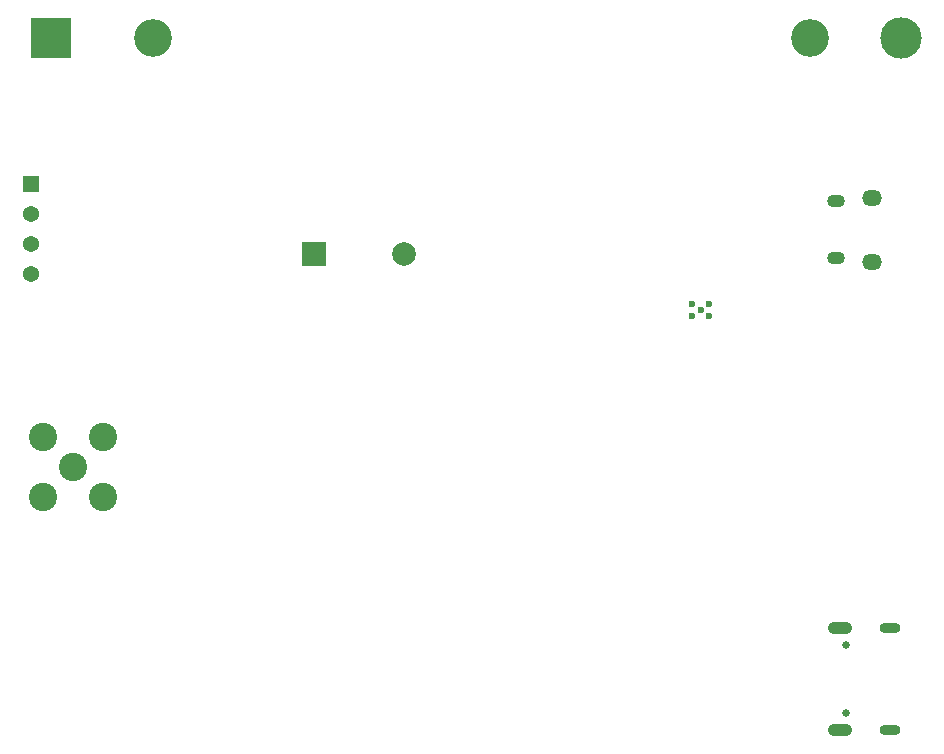
<source format=gbr>
%TF.GenerationSoftware,KiCad,Pcbnew,9.0.0*%
%TF.CreationDate,2025-06-19T18:13:14+09:00*%
%TF.ProjectId,FLP_PCB_terminal,464c505f-5043-4425-9f74-65726d696e61,rev?*%
%TF.SameCoordinates,Original*%
%TF.FileFunction,Soldermask,Bot*%
%TF.FilePolarity,Negative*%
%FSLAX46Y46*%
G04 Gerber Fmt 4.6, Leading zero omitted, Abs format (unit mm)*
G04 Created by KiCad (PCBNEW 9.0.0) date 2025-06-19 18:13:14*
%MOMM*%
%LPD*%
G01*
G04 APERTURE LIST*
%ADD10O,1.700000X1.350000*%
%ADD11O,1.500000X1.100000*%
%ADD12C,3.200000*%
%ADD13R,3.500000X3.500000*%
%ADD14C,3.500000*%
%ADD15C,0.600000*%
%ADD16C,0.650000*%
%ADD17O,2.100000X1.050000*%
%ADD18O,1.800000X0.900000*%
%ADD19R,2.000000X2.000000*%
%ADD20C,2.000000*%
%ADD21C,2.400000*%
%ADD22R,1.370000X1.370000*%
%ADD23C,1.370000*%
G04 APERTURE END LIST*
D10*
%TO.C,Charger1*%
X118500000Y-118960000D03*
D11*
X115500000Y-118650000D03*
X115500000Y-113810000D03*
D10*
X118500000Y-113500000D03*
%TD*%
D12*
%TO.C,BT1*%
X57645000Y-100000000D03*
X113255000Y-100000000D03*
D13*
X49000000Y-100000000D03*
D14*
X121000000Y-100000000D03*
%TD*%
D15*
%TO.C,U6*%
X103250000Y-123500000D03*
X104750000Y-123500000D03*
X104000000Y-123000000D03*
X103250000Y-122500000D03*
X104750000Y-122500000D03*
%TD*%
D16*
%TO.C,UART1*%
X116320000Y-157140000D03*
X116320000Y-151360000D03*
D17*
X115820000Y-158570000D03*
X115820000Y-149930000D03*
D18*
X120000000Y-158570000D03*
X120000000Y-149930000D03*
%TD*%
D19*
%TO.C,BZ1*%
X71280000Y-118250000D03*
D20*
X78880000Y-118250000D03*
%TD*%
D21*
%TO.C,J1*%
X50840000Y-136340000D03*
X53380000Y-138880000D03*
X53380000Y-133800000D03*
X48300000Y-133800000D03*
X48300000Y-138880000D03*
%TD*%
D22*
%TO.C,J2*%
X47270000Y-112380000D03*
D23*
X47270000Y-114920000D03*
X47270000Y-117460000D03*
X47270000Y-120000000D03*
%TD*%
M02*

</source>
